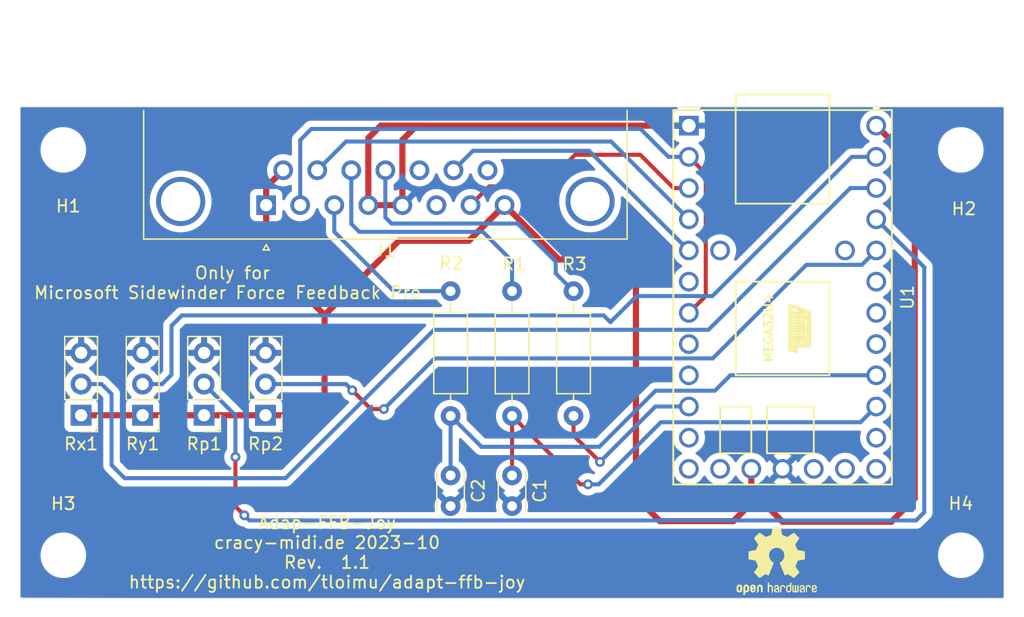
<source format=kicad_pcb>
(kicad_pcb (version 20221018) (generator pcbnew)
  (layers (0 "F.Cu" signal) (31 "B.Cu" signal) (34 "B.Paste" user) (35 "F.Paste" user) (36 "B.SilkS" user "B.Silkscreen") (37 "F.SilkS" user "F.Silkscreen") (38 "B.Mask" user) (39 "F.Mask" user) (44 "Edge.Cuts" user))
  (net 0 "")
  (net 1 "Net-(U1-PB4_ADC11)")
  (net 2 "Net-(U1-PB5_ADC12_OC1A_OB4B)")
  (net 4 "Net-(U1-PB0_SS)")
  (net 6 "Net-(U1-PB1_SCLK)")
  (net 7 "Net-(J1-P10)")
  (net 8 "Net-(J1-P111)")
  (net 9 "Net-(J1-P12)")
  (net 11 "Net-(J1-P14)")
  (net 13 "Net-(U1-PD3_INT3_TXD1)")
  (net 14 "Net-(U1-PF4_ADC4)")
  (net 15 "Net-(U1-PF5_ADC5)")
  (net 16 "Net-(U1-PF1_ADC1)")
  (net 17 "Net-(U1-PF0_ADC0)")
  (net 28 "+5V")
  (net 30 "GND")
  (net 31 "Net-(J1-Pad3)")
  (footprint "Capacitor_THT:C_Disc_D3.0mm_W2.0mm_P2.50mm" (layer "F.Cu") (at 115 80 -90)
    (fp_text reference "C2" (at 1.25 -2.25 90) (layer "F.SilkS"))
    (fp_text value "1nF")
    (pad "1" thru_hole circle (at 0 0 270) (size 1.6 1.6) (drill 0.8) (layers "*.Cu" "*.Mask") (net 2 "Net-(U1-PB5_ADC12_OC1A_OB4B)"))
    (pad "2" thru_hole circle (at 2.5 0 270) (size 1.6 1.6) (drill 0.8) (layers "*.Cu" "*.Mask") (net 30 "GND"))
  )
  (footprint "Resistor_THT:R_Axial_DIN0207_L6.3mm_D2.5mm_P10.16mm_Horizontal" (layer "F.Cu") (at 120 65 -90)
    (fp_text reference "R1" (at -2.2 -0.15) (layer "F.SilkS"))
    (fp_text value "2,2k")
    (pad "1" thru_hole circle (at 0 0 270) (size 1.6 1.6) (drill 0.8) (layers "*.Cu" "*.Mask") (net 8 "Net-(J1-P111)"))
    (pad "2" thru_hole oval (at 10.16 0 270) (size 1.6 1.6) (drill 0.8) (layers "*.Cu" "*.Mask") (net 1 "Net-(U1-PB4_ADC11)"))
  )
  (footprint "Resistor_THT:R_Axial_DIN0207_L6.3mm_D2.5mm_P10.16mm_Horizontal" (layer "F.Cu") (at 115 65 -90)
    (fp_text reference "R2" (at -2.275 -0.05) (layer "F.SilkS"))
    (fp_text value "2,2k")
    (pad "1" thru_hole circle (at 0 0 270) (size 1.6 1.6) (drill 0.8) (layers "*.Cu" "*.Mask") (net 31 "Net-(J1-Pad3)"))
    (pad "2" thru_hole oval (at 10.16 0 270) (size 1.6 1.6) (drill 0.8) (layers "*.Cu" "*.Mask") (net 2 "Net-(U1-PB5_ADC12_OC1A_OB4B)"))
  )
  (footprint "Resistor_THT:R_Axial_DIN0207_L6.3mm_D2.5mm_P10.16mm_Horizontal" (layer "F.Cu") (at 125 65 -90)
    (fp_text reference "R3" (at -2.2 -0.1) (layer "F.SilkS"))
    (fp_text value "220")
    (pad "1" thru_hole circle (at 0 0 270) (size 1.6 1.6) (drill 0.8) (layers "*.Cu" "*.Mask") (net 9 "Net-(J1-P12)"))
    (pad "2" thru_hole oval (at 10.16 0 270) (size 1.6 1.6) (drill 0.8) (layers "*.Cu" "*.Mask") (net 13 "Net-(U1-PD3_INT3_TXD1)"))
  )
  (footprint "Connector_PinHeader_2.54mm:PinHeader_1x03_P2.54mm_Vertical" (layer "F.Cu") (at 94.95 75.105 180)
    (fp_text reference "Rp1" (at 0 -2.33 180) (layer "F.SilkS"))
    (fp_text value "10k lin")
    (pad "1" thru_hole rect (at 0 0 180) (size 1.7 1.7) (drill 1) (layers "*.Cu" "*.Mask") (net 28 "+5V"))
    (pad "2" thru_hole oval (at 0 2.54 180) (size 1.7 1.7) (drill 1) (layers "*.Cu" "*.Mask") (net 14 "Net-(U1-PF4_ADC4)"))
    (pad "3" thru_hole oval (at 0 5.08 180) (size 1.7 1.7) (drill 1) (layers "*.Cu" "*.Mask") (net 30 "GND"))
  )
  (footprint "Connector_PinHeader_2.54mm:PinHeader_1x03_P2.54mm_Vertical" (layer "F.Cu") (at 99.95 75.105 180)
    (fp_text reference "Rp2" (at 0 -2.33 180) (layer "F.SilkS"))
    (fp_text value "10k lin")
    (pad "1" thru_hole rect (at 0 0 180) (size 1.7 1.7) (drill 1) (layers "*.Cu" "*.Mask") (net 28 "+5V"))
    (pad "2" thru_hole oval (at 0 2.54 180) (size 1.7 1.7) (drill 1) (layers "*.Cu" "*.Mask") (net 15 "Net-(U1-PF5_ADC5)"))
    (pad "3" thru_hole oval (at 0 5.08 180) (size 1.7 1.7) (drill 1) (layers "*.Cu" "*.Mask") (net 30 "GND"))
  )
  (footprint "Connector_PinHeader_2.54mm:PinHeader_1x03_P2.54mm_Vertical" (layer "F.Cu") (at 84.95 75.105 180)
    (fp_text reference "Rx1" (at 0 -2.33 180) (layer "F.SilkS"))
    (fp_text value "10k lin")
    (pad "1" thru_hole rect (at 0 0 180) (size 1.7 1.7) (drill 1) (layers "*.Cu" "*.Mask") (net 28 "+5V"))
    (pad "2" thru_hole oval (at 0 2.54 180) (size 1.7 1.7) (drill 1) (layers "*.Cu" "*.Mask") (net 16 "Net-(U1-PF1_ADC1)"))
    (pad "3" thru_hole oval (at 0 5.08 180) (size 1.7 1.7) (drill 1) (layers "*.Cu" "*.Mask") (net 30 "GND"))
  )
  (footprint "Connector_PinHeader_2.54mm:PinHeader_1x03_P2.54mm_Vertical" (layer "F.Cu") (at 89.95 75.105 180)
    (fp_text reference "Ry1" (at 0 -2.33 180) (layer "F.SilkS"))
    (fp_text value "10k lin")
    (pad "1" thru_hole rect (at 0 0 180) (size 1.7 1.7) (drill 1) (layers "*.Cu" "*.Mask") (net 28 "+5V"))
    (pad "2" thru_hole oval (at 0 2.54 180) (size 1.7 1.7) (drill 1) (layers "*.Cu" "*.Mask") (net 17 "Net-(U1-PF0_ADC0)"))
    (pad "3" thru_hole oval (at 0 5.08 180) (size 1.7 1.7) (drill 1) (layers "*.Cu" "*.Mask") (net 30 "GND"))
  )
  (footprint "Capacitor_THT:C_Disc_D3.0mm_W2.0mm_P2.50mm" (layer "F.Cu") (at 120 80 -90)
    (fp_text reference "C1" (at 1.25 -2.25 90) (layer "F.SilkS"))
    (fp_text value "1nF")
    (pad "1" thru_hole circle (at 0 0 270) (size 1.6 1.6) (drill 0.8) (layers "*.Cu" "*.Mask") (net 1 "Net-(U1-PB4_ADC11)"))
    (pad "2" thru_hole circle (at 2.5 0 270) (size 1.6 1.6) (drill 0.8) (layers "*.Cu" "*.Mask") (net 30 "GND"))
  )
  (footprint "teenesy:Teensy2.0" (layer "F.Cu") (at 142 65.5 -90)
    (fp_text reference "U1" (at 0 -10.16 90) (layer "F.SilkS"))
    (fp_text value "Teensy2.0_(C)")
    (fp_text user "MEGA32U4" (at 2.54 1.143 90) (layer "F.SilkS") (effects (font (size 0.7 0.7))))
    (pad "1" thru_hole rect (at -13.97 7.62 270) (size 1.6 1.6) (drill 1.1) (layers "*.Cu" "*.Mask") (net 30 "GND"))
    (pad "2" thru_hole circle (at -11.43 7.62 270) (size 1.6 1.6) (drill 1.1) (layers "*.Cu" "*.Mask") (net 4 "Net-(U1-PB0_SS)"))
    (pad "3" thru_hole circle (at -8.89 7.62 270) (size 1.6 1.6) (drill 1.1) (layers "*.Cu" "*.Mask") (net 6 "Net-(U1-PB1_SCLK)"))
    (pad "4" thru_hole circle (at -6.35 7.62 270) (size 1.6 1.6) (drill 1.1) (layers "*.Cu" "*.Mask") (net 7 "Net-(J1-P10)"))
    (pad "5" thru_hole circle (at -3.81 7.62 270) (size 1.6 1.6) (drill 1.1) (layers "*.Cu" "*.Mask") (net 11 "Net-(J1-P14)"))
    (pad "6" thru_hole circle (at -1.27 7.62 270) (size 1.6 1.6) (drill 1.1) (layers "*.Cu" "*.Mask"))
    (pad "7" thru_hole circle (at 1.27 7.62 270) (size 1.6 1.6) (drill 1.1) (layers "*.Cu" "*.Mask") (net 4 "Net-(U1-PB0_SS)"))
    (pad "8" thru_hole circle (at 3.81 7.62 270) (size 1.6 1.6) (drill 1.1) (layers "*.Cu" "*.Mask"))
    (pad "9" thru_hole circle (at 6.35 7.62 270) (size 1.6 1.6) (drill 1.1) (layers "*.Cu" "*.Mask"))
    (pad "10" thru_hole circle (at 8.89 7.62 270) (size 1.6 1.6) (drill 1.1) (layers "*.Cu" "*.Mask") (net 13 "Net-(U1-PD3_INT3_TXD1)"))
    (pad "11" thru_hole circle (at 11.43 7.62 270) (size 1.6 1.6) (drill 1.1) (layers "*.Cu" "*.Mask"))
    (pad "12" thru_hole circle (at 13.97 7.62 270) (size 1.6 1.6) (drill 1.1) (layers "*.Cu" "*.Mask"))
    (pad "13" thru_hole circle (at 13.97 5.08 270) (size 1.6 1.6) (drill 1.1) (layers "*.Cu" "*.Mask"))
    (pad "14" thru_hole circle (at 13.97 2.54 270) (size 1.6 1.6) (drill 1.1) (layers "*.Cu" "*.Mask") (net 28 "+5V"))
    (pad "15" thru_hole circle (at 13.97 0 270) (size 1.6 1.6) (drill 1.1) (layers "*.Cu" "*.Mask") (net 30 "GND"))
    (pad "16" thru_hole circle (at 13.97 -2.54 270) (size 1.6 1.6) (drill 1.1) (layers "*.Cu" "*.Mask"))
    (pad "17" thru_hole circle (at 13.97 -5.08 270) (size 1.6 1.6) (drill 1.1) (layers "*.Cu" "*.Mask"))
    (pad "18" thru_hole circle (at 13.97 -7.62 270) (size 1.6 1.6) (drill 1.1) (layers "*.Cu" "*.Mask"))
    (pad "19" thru_hole circle (at 11.43 -7.62 270) (size 1.6 1.6) (drill 1.1) (layers "*.Cu" "*.Mask"))
    (pad "20" thru_hole circle (at 8.89 -7.62 270) (size 1.6 1.6) (drill 1.1) (layers "*.Cu" "*.Mask") (net 1 "Net-(U1-PB4_ADC11)"))
    (pad "21" thru_hole circle (at 6.35 -7.62 270) (size 1.6 1.6) (drill 1.1) (layers "*.Cu" "*.Mask") (net 2 "Net-(U1-PB5_ADC12_OC1A_OB4B)"))
    (pad "22" thru_hole circle (at 3.81 -7.62 270) (size 1.6 1.6) (drill 1.1) (layers "*.Cu" "*.Mask"))
    (pad "23" thru_hole circle (at 1.27 -7.62 270) (size 1.6 1.6) (drill 1.1) (layers "*.Cu" "*.Mask"))
    (pad "24" thru_hole circle (at -1.27 -7.62 270) (size 1.6 1.6) (drill 1.1) (layers "*.Cu" "*.Mask"))
    (pad "25" thru_hole circle (at -3.81 -7.62 270) (size 1.6 1.6) (drill 1.1) (layers "*.Cu" "*.Mask") (net 15 "Net-(U1-PF5_ADC5)"))
    (pad "26" thru_hole circle (at -6.35 -7.62 270) (size 1.6 1.6) (drill 1.1) (layers "*.Cu" "*.Mask") (net 14 "Net-(U1-PF4_ADC4)"))
    (pad "27" thru_hole circle (at -8.89 -7.62 270) (size 1.6 1.6) (drill 1.1) (layers "*.Cu" "*.Mask") (net 16 "Net-(U1-PF1_ADC1)"))
    (pad "28" thru_hole circle (at -11.43 -7.62 270) (size 1.6 1.6) (drill 1.1) (layers "*.Cu" "*.Mask") (net 17 "Net-(U1-PF0_ADC0)"))
    (pad "29" thru_hole circle (at -13.97 -7.62 270) (size 1.6 1.6) (drill 1.1) (layers "*.Cu" "*.Mask") (net 28 "+5V"))
    (pad "30" thru_hole circle (at -3.81 5.08 270) (size 1.6 1.6) (drill 1.1) (layers "*.Cu" "*.Mask"))
    (pad "31" thru_hole circle (at -3.81 -5.08 270) (size 1.6 1.6) (drill 1.1) (layers "*.Cu" "*.Mask"))
  )
  (footprint "Connector_Dsub:DSUB-15_Female_Horizontal_P2.77x2.84mm_EdgePinOffset4.94mm_Housed_MountingHolesOffset7.48mm" (layer "F.Cu") (at 100 58 180)
    (fp_text reference "J1" (at -9.695 -3.7) (layer "F.SilkS"))
    (fp_text value "DB15_Female_MountingHoles")
    (pad "0" thru_hole circle (at -26.345 0.3 180) (size 4 4) (drill 3.2) (layers "*.Cu" "*.Mask"))
    (pad "0" thru_hole circle (at 6.955 0.3 180) (size 4 4) (drill 3.2) (layers "*.Cu" "*.Mask"))
    (pad "1" thru_hole rect (at 0 0 180) (size 1.6 1.6) (drill 1) (layers "*.Cu" "*.Mask") (net 28 "+5V"))
    (pad "2" thru_hole circle (at -2.77 0 180) (size 1.6 1.6) (drill 1) (layers "*.Cu" "*.Mask") (net 4 "Net-(U1-PB0_SS)"))
    (pad "3" thru_hole circle (at -5.54 0 180) (size 1.6 1.6) (drill 1) (layers "*.Cu" "*.Mask") (net 31 "Net-(J1-Pad3)"))
    (pad "4" thru_hole circle (at -8.31 0 180) (size 1.6 1.6) (drill 1) (layers "*.Cu" "*.Mask") (net 30 "GND"))
    (pad "5" thru_hole circle (at -11.08 0 180) (size 1.6 1.6) (drill 1) (layers "*.Cu" "*.Mask") (net 30 "GND"))
    (pad "6" thru_hole circle (at -13.85 0 180) (size 1.6 1.6) (drill 1) (layers "*.Cu" "*.Mask"))
    (pad "7" thru_hole circle (at -16.62 0 180) (size 1.6 1.6) (drill 1) (layers "*.Cu" "*.Mask") (net 6 "Net-(U1-PB1_SCLK)"))
    (pad "8" thru_hole circle (at -19.39 0 180) (size 1.6 1.6) (drill 1) (layers "*.Cu" "*.Mask") (net 28 "+5V"))
    (pad "9" thru_hole circle (at -1.385 2.84 180) (size 1.6 1.6) (drill 1) (layers "*.Cu" "*.Mask") (net 28 "+5V"))
    (pad "10" thru_hole circle (at -4.155 2.84 180) (size 1.6 1.6) (drill 1) (layers "*.Cu" "*.Mask") (net 7 "Net-(J1-P10)"))
    (pad "11" thru_hole circle (at -6.925 2.84 180) (size 1.6 1.6) (drill 1) (layers "*.Cu" "*.Mask") (net 8 "Net-(J1-P111)"))
    (pad "12" thru_hole circle (at -9.695 2.84 180) (size 1.6 1.6) (drill 1) (layers "*.Cu" "*.Mask") (net 9 "Net-(J1-P12)"))
    (pad "13" thru_hole circle (at -12.465 2.84 180) (size 1.6 1.6) (drill 1) (layers "*.Cu" "*.Mask"))
    (pad "14" thru_hole circle (at -15.235 2.84 180) (size 1.6 1.6) (drill 1) (layers "*.Cu" "*.Mask") (net 11 "Net-(J1-P14)"))
    (pad "15" thru_hole circle (at -18.005 2.84 180) (size 1.6 1.6) (drill 1) (layers "*.Cu" "*.Mask"))
  )
  (footprint "MountingHole:MountingHole_3.2mm_M3" (layer "F.Cu") (at 156.5 53.5)
    (fp_text reference "H2" (at 0.25 4.8) (layer "F.SilkS"))
    (fp_text value "MountingHole")
    (pad "" np_thru_hole circle (at 0 0) (size 3.2 3.2) (drill 3.2) (layers "*.Cu" "*.Mask"))
  )
  (footprint "Symbol:OSHW-Logo2_7.3x6mm_SilkScreen" (layer "F.Cu") (at 141.525 86.975)
    (fp_text reference "REF**" hide)
    (fp_text value "OSHW-Logo2_7.3x6mm_SilkScreen" hide)
  )
  (footprint "MountingHole:MountingHole_3.2mm_M3" (layer "F.Cu") (at 156.5 86.5)
    (fp_text reference "H4" (at 0 -4.2) (layer "F.SilkS"))
    (fp_text value "MountingHole")
    (pad "" np_thru_hole circle (at 0 0) (size 3.2 3.2) (drill 3.2) (layers "*.Cu" "*.Mask"))
  )
  (footprint "MountingHole:MountingHole_3.2mm_M3" (layer "F.Cu") (at 83.5 86.5)
    (fp_text reference "H3" (at 0 -4.2) (layer "F.SilkS"))
    (fp_text value "MountingHole")
    (pad "" np_thru_hole circle (at 0 0) (size 3.2 3.2) (drill 3.2) (layers "*.Cu" "*.Mask"))
  )
  (footprint "MountingHole:MountingHole_3.2mm_M3" (layer "F.Cu") (at 83.5 53.5)
    (fp_text reference "H1" (at 0.4 4.575) (layer "F.SilkS"))
    (fp_text value "MountingHole")
    (pad "" np_thru_hole circle (at 0 0) (size 3.2 3.2) (drill 3.2) (layers "*.Cu" "*.Mask"))
  )
  (gr_rect (start 80 50) (end 160 90) (stroke (width 0.05)) (fill none) (layer "Edge.Cuts"))
  (gr_text "Only for\nMicrosoft Sidewinder Force Feedback Pro " (at 97.25 64.325) (layer "F.SilkS") (effects (font (size 1 1))))
  (gr_text "Adap-FFB-Joy\ncracy-midi.de 2023-10\nRev.  1.1\nhttps://github.com/tloimu/adapt-ffb-joy" (at 104.95 86.275) (layer "F.SilkS") (effects (font (size 1 1))))
  (segment (start 120 75.16) (end 120 80) (width 0.33) (layer "F.Cu") (net 1))
  (segment (start 126.175 80.725) (end 125.565 80.725) (width 0.33) (layer "F.Cu") (net 1))
  (segment (start 125.565 80.725) (end 120 75.16) (width 0.33) (layer "F.Cu") (net 1))
  (via (at 126.175 80.725) (size 0.8) (drill 0.4) (layers "F.Cu" "B.Cu") (net 1))
  (segment (start 148.335 75.675) (end 132.1 75.675) (width 0.33) (layer "B.Cu") (net 1))
  (segment (start 132.1 75.675) (end 127.05 80.725) (width 0.33) (layer "B.Cu") (net 1))
  (segment (start 149.62 74.39) (end 148.335 75.675) (width 0.33) (layer "B.Cu") (net 1))
  (segment (start 127.05 80.725) (end 126.175 80.725) (width 0.33) (layer "B.Cu") (net 1))
  (segment (start 137.75 71.85) (end 136.5 73.1) (width 0.33) (layer "B.Cu") (net 2))
  (segment (start 136.5 73.1) (end 131.675 73.1) (width 0.33) (layer "B.Cu") (net 2))
  (segment (start 117.515 77.675) (end 115 75.16) (width 0.33) (layer "B.Cu") (net 2))
  (segment (start 115 75.16) (end 115 80) (width 0.33) (layer "B.Cu") (net 2))
  (segment (start 131.675 73.1) (end 127.1 77.675) (width 0.33) (layer "B.Cu") (net 2))
  (segment (start 127.1 77.675) (end 117.515 77.675) (width 0.33) (layer "B.Cu") (net 2))
  (segment (start 149.62 71.85) (end 137.75 71.85) (width 0.33) (layer "B.Cu") (net 2))
  (segment (start 134.38 66.77) (end 135.755 65.395) (width 0.33) (layer "F.Cu") (net 4))
  (segment (start 135.755 65.395) (end 135.755 55.445) (width 0.33) (layer "F.Cu") (net 4))
  (segment (start 135.755 55.445) (end 134.38 54.07) (width 0.33) (layer "F.Cu") (net 4))
  (segment (start 102.77 52.705) (end 102.77 58) (width 0.33) (layer "B.Cu") (net 4))
  (segment (start 132.72 54.07) (end 130.45 51.8) (width 0.33) (layer "B.Cu") (net 4))
  (segment (start 130.45 51.8) (end 103.675 51.8) (width 0.33) (layer "B.Cu") (net 4))
  (segment (start 134.38 54.07) (end 132.72 54.07) (width 0.33) (layer "B.Cu") (net 4))
  (segment (start 103.675 51.8) (end 102.77 52.705) (width 0.33) (layer "B.Cu") (net 4))
  (segment (start 125.125 53.9) (end 130.425 53.9) (width 0.33) (layer "F.Cu") (net 6))
  (segment (start 118.145 56.475) (end 122.55 56.475) (width 0.33) (layer "F.Cu") (net 6))
  (segment (start 130.425 53.9) (end 133.135 56.61) (width 0.33) (layer "F.Cu") (net 6))
  (segment (start 133.135 56.61) (end 134.38 56.61) (width 0.33) (layer "F.Cu") (net 6))
  (segment (start 116.62 58) (end 118.145 56.475) (width 0.33) (layer "F.Cu") (net 6))
  (segment (start 122.55 56.475) (end 125.125 53.9) (width 0.33) (layer "F.Cu") (net 6))
  (segment (start 128.055 52.825) (end 106.49 52.825) (width 0.33) (layer "B.Cu") (net 7))
  (segment (start 106.49 52.825) (end 104.155 55.16) (width 0.33) (layer "B.Cu") (net 7))
  (segment (start 134.38 59.15) (end 128.055 52.825) (width 0.33) (layer "B.Cu") (net 7))
  (segment (start 107.575 60.175) (end 117.625 60.175) (width 0.33) (layer "B.Cu") (net 8))
  (segment (start 117.625 60.175) (end 120 62.55) (width 0.33) (layer "B.Cu") (net 8))
  (segment (start 106.925 59.525) (end 107.575 60.175) (width 0.33) (layer "B.Cu") (net 8))
  (segment (start 106.925 55.16) (end 106.925 59.525) (width 0.33) (layer "B.Cu") (net 8))
  (segment (start 120 62.55) (end 120 65) (width 0.33) (layer "B.Cu") (net 8))
  (segment (start 109.695 58.995) (end 110.2 59.5) (width 0.33) (layer "B.Cu") (net 9))
  (segment (start 120.45 59.5) (end 123.55 62.6) (width 0.33) (layer "B.Cu") (net 9))
  (segment (start 109.695 55.16) (end 109.695 58.995) (width 0.33) (layer "B.Cu") (net 9))
  (segment (start 123.55 63.55) (end 125 65) (width 0.33) (layer "B.Cu") (net 9))
  (segment (start 110.2 59.5) (end 120.45 59.5) (width 0.33) (layer "B.Cu") (net 9))
  (segment (start 123.55 62.6) (end 123.55 63.55) (width 0.33) (layer "B.Cu") (net 9))
  (segment (start 116.82 53.575) (end 115.235 55.16) (width 0.33) (layer "B.Cu") (net 11))
  (segment (start 134.38 61.69) (end 126.265 53.575) (width 0.33) (layer "B.Cu") (net 11))
  (segment (start 126.265 53.575) (end 116.82 53.575) (width 0.33) (layer "B.Cu") (net 11))
  (segment (start 127.15 78.9) (end 125 76.75) (width 0.33) (layer "F.Cu") (net 13))
  (segment (start 125 76.75) (end 125 75.16) (width 0.33) (layer "F.Cu") (net 13))
  (via (at 127.15 78.9) (size 0.8) (drill 0.4) (layers "F.Cu" "B.Cu") (net 13))
  (segment (start 134.38 74.39) (end 131.66 74.39) (width 0.33) (layer "B.Cu") (net 13))
  (segment (start 131.66 74.39) (end 127.15 78.9) (width 0.33) (layer "B.Cu") (net 13))
  (segment (start 98.225 83.25) (end 97.5 82.525) (width 0.33) (layer "F.Cu") (net 14))
  (segment (start 97.5 82.525) (end 97.5 78.5) (width 0.33) (layer "F.Cu") (net 14))
  (via (at 97.5 78.5) (size 0.8) (drill 0.4) (layers "F.Cu" "B.Cu") (net 14))
  (via (at 98.225 83.25) (size 0.8) (drill 0.4) (layers "F.Cu" "B.Cu") (net 14))
  (segment (start 98.64 83.665) (end 98.225 83.25) (width 0.33) (layer "B.Cu") (net 14))
  (segment (start 97.5 78.5) (end 97.5 75.115) (width 0.33) (layer "B.Cu") (net 14))
  (segment (start 153.525 83) (end 152.86 83.665) (width 0.33) (layer "B.Cu") (net 14))
  (segment (start 153.525 63.055) (end 153.525 83) (width 0.33) (layer "B.Cu") (net 14))
  (segment (start 97.5 75.115) (end 94.95 72.565) (width 0.33) (layer "B.Cu") (net 14))
  (segment (start 152.86 83.665) (end 98.64 83.665) (width 0.33) (layer "B.Cu") (net 14))
  (segment (start 149.62 59.15) (end 153.525 63.055) (width 0.33) (layer "B.Cu") (net 14))
  (segment (start 108.525 74.6) (end 107 73.075) (width 0.33) (layer "F.Cu") (net 15))
  (segment (start 109.575 74.6) (end 108.525 74.6) (width 0.33) (layer "F.Cu") (net 15))
  (via (at 107 73.075) (size 0.8) (drill 0.4) (layers "F.Cu" "B.Cu") (net 15))
  (via (at 109.575 74.6) (size 0.8) (drill 0.4) (layers "F.Cu" "B.Cu") (net 15))
  (segment (start 107 73.075) (end 106.49 72.565) (width 0.33) (layer "B.Cu") (net 15))
  (segment (start 143.945 62.855) (end 148.455 62.855) (width 0.33) (layer "B.Cu") (net 15))
  (segment (start 148.455 62.855) (end 149.62 61.69) (width 0.33) (layer "B.Cu") (net 15))
  (segment (start 106.49 72.565) (end 99.95 72.565) (width 0.33) (layer "B.Cu") (net 15))
  (segment (start 109.575 74.6) (end 113.7 70.475) (width 0.33) (layer "B.Cu") (net 15))
  (segment (start 136.325 70.475) (end 143.945 62.855) (width 0.33) (layer "B.Cu") (net 15))
  (segment (start 113.7 70.475) (end 136.325 70.475) (width 0.33) (layer "B.Cu") (net 15))
  (segment (start 88.4875 80.225) (end 87.425 79.1625) (width 0.33) (layer "B.Cu") (net 16))
  (segment (start 149.62 56.61) (end 147.515 56.61) (width 0.33) (layer "B.Cu") (net 16))
  (segment (start 113.655 68.145) (end 101.575 80.225) (width 0.33) (layer "B.Cu") (net 16))
  (segment (start 86.615 72.565) (end 84.95 72.565) (width 0.33) (layer "B.Cu") (net 16))
  (segment (start 147.515 56.61) (end 135.98 68.145) (width 0.33) (layer "B.Cu") (net 16))
  (segment (start 101.575 80.225) (end 88.4875 80.225) (width 0.33) (layer "B.Cu") (net 16))
  (segment (start 135.98 68.145) (end 113.655 68.145) (width 0.33) (layer "B.Cu") (net 16))
  (segment (start 87.425 73.375) (end 86.615 72.565) (width 0.33) (layer "B.Cu") (net 16))
  (segment (start 87.425 79.1625) (end 87.425 73.375) (width 0.33) (layer "B.Cu") (net 16))
  (segment (start 127.45 66.975) (end 93.15 66.975) (width 0.33) (layer "B.Cu") (net 17))
  (segment (start 92.3 67.825) (end 92.3 71.8) (width 0.33) (layer "B.Cu") (net 17))
  (segment (start 128 67.525) (end 127.45 66.975) (width 0.33) (layer "B.Cu") (net 17))
  (segment (start 93.15 66.975) (end 92.3 67.825) (width 0.33) (layer "B.Cu") (net 17))
  (segment (start 136.3 65.4) (end 130.125 65.4) (width 0.33) (layer "B.Cu") (net 17))
  (segment (start 92.3 71.8) (end 91.535 72.565) (width 0.33) (layer "B.Cu") (net 17))
  (segment (start 91.535 72.565) (end 89.95 72.565) (width 0.33) (layer "B.Cu") (net 17))
  (segment (start 149.62 54.07) (end 147.63 54.07) (width 0.33) (layer "B.Cu") (net 17))
  (segment (start 147.63 54.07) (end 136.3 65.4) (width 0.33) (layer "B.Cu") (net 17))
  (segment (start 130.125 65.4) (end 128 67.525) (width 0.33) (layer "B.Cu") (net 17))
  (segment (start 152.75 54.66) (end 149.62 51.53) (width 0.5) (layer "F.Cu") (net 28))
  (segment (start 89.95 75.105) (end 84.95 75.105) (width 0.5) (layer "F.Cu") (net 28))
  (segment (start 100 58) (end 100 62.2) (width 0.5) (layer "F.Cu") (net 28))
  (segment (start 139.46 82.265) (end 139.46 79.47) (width 0.5) (layer "F.Cu") (net 28))
  (segment (start 116.49 60.9) (end 110.8 60.9) (width 0.5) (layer "F.Cu") (net 28))
  (segment (start 140.49 82.265) (end 142 83.775) (width 0.5) (layer "F.Cu") (net 28))
  (segment (start 110.8 60.9) (end 104.75 66.95) (width 0.5) (layer "F.Cu") (net 28))
  (segment (start 139.46 82.265) (end 140.49 82.265) (width 0.5) (layer "F.Cu") (net 28))
  (segment (start 100 58) (end 100 56.545) (width 0.5) (layer "F.Cu") (net 28))
  (segment (start 132.025 83.725) (end 138 83.725) (width 0.5) (layer "F.Cu") (net 28))
  (segment (start 99.95 75.105) (end 94.95 75.105) (width 0.5) (layer "F.Cu") (net 28))
  (segment (start 150.85 83.775) (end 152.75 81.875) (width 0.5) (layer "F.Cu") (net 28))
  (segment (start 152.75 81.875) (end 152.75 54.66) (width 0.5) (layer "F.Cu") (net 28))
  (segment (start 119.39 58) (end 123.815 62.425) (width 0.5) (layer "F.Cu") (net 28))
  (segment (start 142 83.775) (end 150.85 83.775) (width 0.5) (layer "F.Cu") (net 28))
  (segment (start 130.075 63.825) (end 130.075 81.775) (width 0.5) (layer "F.Cu") (net 28))
  (segment (start 123.815 62.425) (end 128.675 62.425) (width 0.5) (layer "F.Cu") (net 28))
  (segment (start 130.075 81.775) (end 132.025 83.725) (width 0.5) (layer "F.Cu") (net 28))
  (segment (start 138 83.725) (end 139.46 82.265) (width 0.5) (layer "F.Cu") (net 28))
  (segment (start 104.75 73.375) (end 103.02 75.105) (width 0.5) (layer "F.Cu") (net 28))
  (segment (start 100 62.2) (end 104.75 66.95) (width 0.5) (layer "F.Cu") (net 28))
  (segment (start 100 56.545) (end 101.385 55.16) (width 0.5) (layer "F.Cu") (net 28))
  (segment (start 119.39 58) (end 116.49 60.9) (width 0.5) (layer "F.Cu") (net 28))
  (segment (start 94.95 75.105) (end 89.95 75.105) (width 0.5) (layer "F.Cu") (net 28))
  (segment (start 104.75 66.95) (end 104.75 73.375) (width 0.5) (layer "F.Cu") (net 28))
  (segment (start 128.675 62.425) (end 130.075 63.825) (width 0.5) (layer "F.Cu") (net 28))
  (segment (start 103.02 75.105) (end 99.95 75.105) (width 0.5) (layer "F.Cu") (net 28))
  (segment (start 108.31 58) (end 108.31 52.54) (width 0.5) (layer "F.Cu") (net 30))
  (segment (start 108.31 52.54) (end 109.325 51.525) (width 0.5) (layer "F.Cu") (net 30))
  (segment (start 112.24 51.525) (end 112.245 51.53) (width 0.5) (layer "F.Cu") (net 30))
  (segment (start 109.325 51.525) (end 112.24 51.525) (width 0.5) (layer "F.Cu") (net 30))
  (segment (start 134.38 51.53) (end 112.245 51.53) (width 0.5) (layer "F.Cu") (net 30))
  (segment (start 108.31 58) (end 111.08 58) (width 0.5) (layer "F.Cu") (net 30))
  (segment (start 111.08 52.695) (end 111.08 58) (width 0.5) (layer "F.Cu") (net 30))
  (segment (start 112.245 51.53) (end 111.08 52.695) (width 0.5) (layer "F.Cu") (net 30))
  (segment (start 110.375 65) (end 115 65) (width 0.33) (layer "B.Cu") (net 31))
  (segment (start 105.54 60.165) (end 110.375 65) (width 0.33) (layer "B.Cu") (net 31))
  (segment (start 105.54 58) (end 105.54 60.165) (width 0.33) (layer "B.Cu") (net 31))
  (zone (net 30) (net_name "GND") (layer "B.Cu") (name "^GND") (connect_pads (clearance 0.508)) (min_thickness 0.25) (fill yes (thermal_gap 0.5) (thermal_bridge_width 0.5))
    (polygon (pts (xy 80.025 49.825) (xy 160 49.825) (xy 160 90.1) (xy 80 89.95)))
  )
)
</source>
